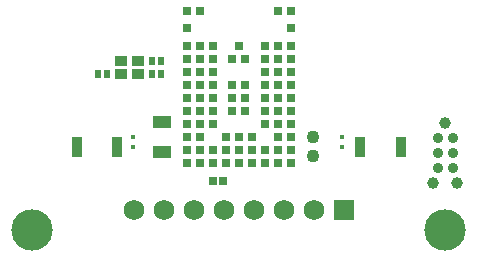
<source format=gts>
G04*
G04 #@! TF.GenerationSoftware,Altium Limited,Altium Designer,21.6.4 (81)*
G04*
G04 Layer_Color=8388736*
%FSLAX44Y44*%
%MOMM*%
G71*
G04*
G04 #@! TF.SameCoordinates,75E8EA60-7A1B-4F35-BD82-ACC1B6EDD98F*
G04*
G04*
G04 #@! TF.FilePolarity,Negative*
G04*
G01*
G75*
%ADD24R,0.4500X0.4600*%
%ADD25R,0.6200X0.6500*%
%ADD26R,0.9000X1.8000*%
%ADD27R,1.6500X1.1000*%
%ADD28C,0.8900*%
%ADD29R,0.7000X0.7000*%
%ADD30C,1.1000*%
%ADD31R,1.1000X0.9000*%
%ADD32R,0.7200X0.7200*%
%ADD33C,1.0000*%
%ADD34C,3.5000*%
%ADD35C,1.7500*%
%ADD36R,1.7500X1.7500*%
D24*
X287250Y95550D02*
D03*
Y103950D02*
D03*
X110500D02*
D03*
Y95550D02*
D03*
D25*
X126500Y168000D02*
D03*
X134500D02*
D03*
Y157000D02*
D03*
X126500D02*
D03*
X80500D02*
D03*
X88500D02*
D03*
D26*
X337000Y95500D02*
D03*
X303000D02*
D03*
X97000D02*
D03*
X63000D02*
D03*
D27*
X135000Y117000D02*
D03*
Y91000D02*
D03*
D28*
X368550Y102650D02*
D03*
X381250D02*
D03*
X368550Y89950D02*
D03*
X381250D02*
D03*
X368550Y77250D02*
D03*
X381250D02*
D03*
D29*
X194500Y170000D02*
D03*
X156000Y211000D02*
D03*
Y196000D02*
D03*
X156000Y181000D02*
D03*
Y170000D02*
D03*
Y159000D02*
D03*
Y148000D02*
D03*
Y137000D02*
D03*
Y126000D02*
D03*
Y115000D02*
D03*
Y104000D02*
D03*
Y93000D02*
D03*
Y82000D02*
D03*
X167000Y211000D02*
D03*
X167000Y181000D02*
D03*
Y170000D02*
D03*
Y159000D02*
D03*
Y148000D02*
D03*
Y137000D02*
D03*
Y126000D02*
D03*
Y115000D02*
D03*
Y104000D02*
D03*
Y93000D02*
D03*
Y82000D02*
D03*
X178000Y181000D02*
D03*
Y170000D02*
D03*
Y159000D02*
D03*
Y148000D02*
D03*
Y137000D02*
D03*
Y126000D02*
D03*
Y115000D02*
D03*
Y93000D02*
D03*
Y82000D02*
D03*
X189000Y104000D02*
D03*
Y93000D02*
D03*
Y82000D02*
D03*
X200000Y181000D02*
D03*
X194500Y148000D02*
D03*
Y126000D02*
D03*
X200000Y104000D02*
D03*
Y93000D02*
D03*
Y82000D02*
D03*
X211000Y104000D02*
D03*
Y93000D02*
D03*
Y82000D02*
D03*
X222000Y181000D02*
D03*
Y170000D02*
D03*
Y159000D02*
D03*
Y148000D02*
D03*
Y137000D02*
D03*
Y126000D02*
D03*
Y115000D02*
D03*
Y93000D02*
D03*
Y82000D02*
D03*
X233000Y211000D02*
D03*
X233000Y181000D02*
D03*
Y170000D02*
D03*
Y159000D02*
D03*
Y148000D02*
D03*
Y137000D02*
D03*
Y126000D02*
D03*
Y115000D02*
D03*
Y104000D02*
D03*
Y93000D02*
D03*
Y82000D02*
D03*
X244000Y211000D02*
D03*
Y196000D02*
D03*
Y181000D02*
D03*
Y170000D02*
D03*
Y159000D02*
D03*
Y148000D02*
D03*
Y137000D02*
D03*
Y126000D02*
D03*
Y115000D02*
D03*
Y104000D02*
D03*
Y93000D02*
D03*
Y82000D02*
D03*
X194500Y137000D02*
D03*
X205500Y170000D02*
D03*
Y148000D02*
D03*
Y126000D02*
D03*
Y137000D02*
D03*
D30*
X262500Y104000D02*
D03*
X262500Y87500D02*
D03*
D31*
X100000Y168000D02*
D03*
X115000D02*
D03*
Y157000D02*
D03*
X100000D02*
D03*
D32*
X178000Y67000D02*
D03*
X187000D02*
D03*
D33*
X374900Y115350D02*
D03*
X385060Y64550D02*
D03*
X364740D02*
D03*
D34*
X375000Y25000D02*
D03*
X25000D02*
D03*
D35*
X111100Y41700D02*
D03*
X136500D02*
D03*
X238100D02*
D03*
X263500D02*
D03*
X212700D02*
D03*
X187300D02*
D03*
X161900D02*
D03*
D36*
X288900D02*
D03*
M02*

</source>
